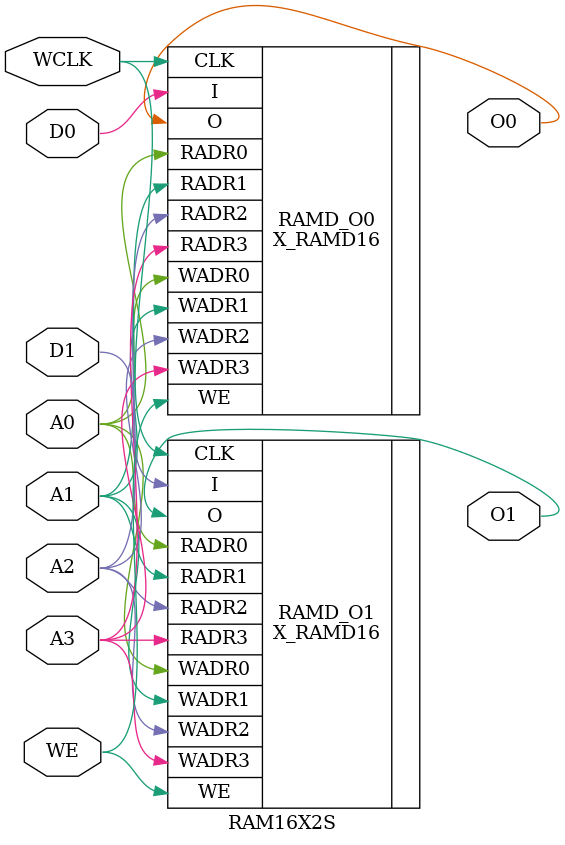
<source format=v>

/*

FUNCTION	: 16x2 Static RAM with synchronous write capability

*/

// `celldefine
`timescale  100 ps / 10 ps

module RAM16X2S (O0, O1, A0, A1, A2, A3, D0, D1, WCLK, WE);

    parameter INIT_00 = 16'h0000;
    parameter INIT_01 = 16'h0000;

    output O0, O1;

    input  A0, A1, A2, A3, D0, D1, WCLK, WE;

    X_RAMD16 RAMD_O0 (
      .RADR0 (A0),
      .RADR1 (A1),
      .RADR2 (A2),
      .RADR3 (A3),
      .WADR0 (A0),
      .WADR1 (A1),
      .WADR2 (A2),
      .WADR3 (A3),
      .I (D0),
      .CLK (WCLK),
      .WE (WE),
      .O (O0)
    );
    X_RAMD16 RAMD_O1 (
      .RADR0 (A0),
      .RADR1 (A1),
      .RADR2 (A2),
      .RADR3 (A3),
      .WADR0 (A0),
      .WADR1 (A1),
      .WADR2 (A2),
      .WADR3 (A3),
      .I (D1),
      .CLK (WCLK),
      .WE (WE),
      .O (O1)
    );

endmodule

</source>
